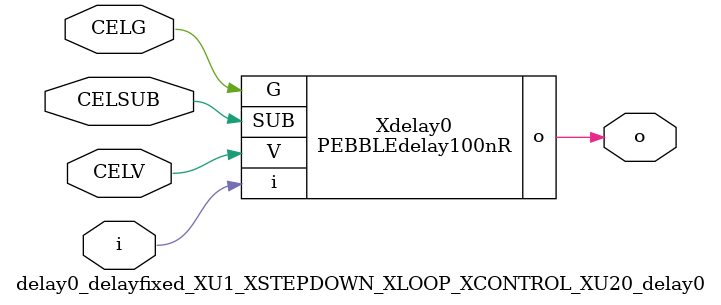
<source format=v>



module PEBBLEdelay100nR ( o, V, G, i, SUB );

  input V;
  input i;
  input G;
  output o;
  input SUB;
endmodule

//Celera Confidential Do Not Copy delay0_delayfixed_XU1_XSTEPDOWN_XLOOP_XCONTROL_XU20_delay0
//TYPE: fixed 100ns
module delay0_delayfixed_XU1_XSTEPDOWN_XLOOP_XCONTROL_XU20_delay0 (i, CELV, o,
CELG,CELSUB);
input CELV;
input i;
output o;
input CELSUB;
input CELG;

//Celera Confidential Do Not Copy delayfast0
PEBBLEdelay100nR Xdelay0(
.V (CELV),
.i (i),
.o (o),
.G (CELG),
.SUB (CELSUB)
);
//,diesize,PEBBLEdelay100nR

//Celera Confidential Do Not Copy Module End
//Celera Schematic Generator
endmodule

</source>
